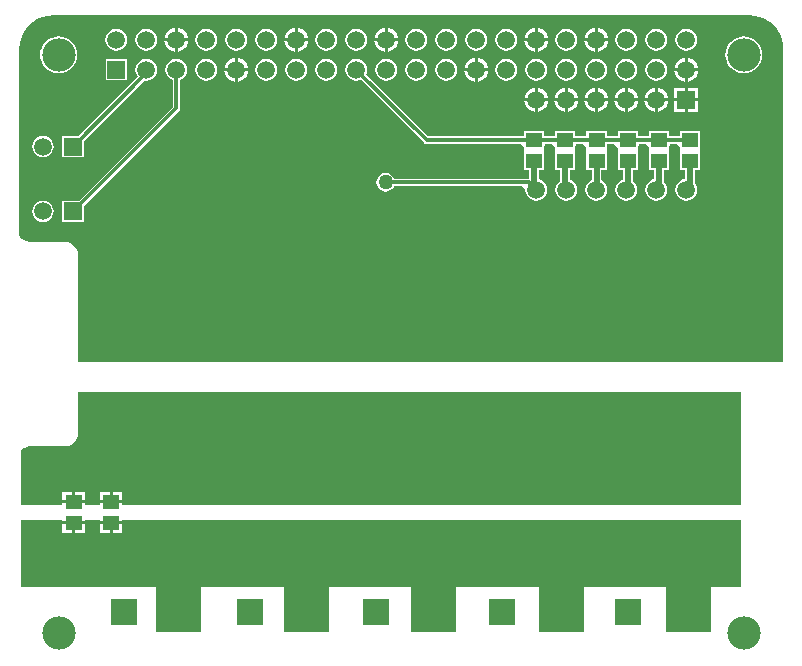
<source format=gbl>
G04 Layer_Physical_Order=2*
G04 Layer_Color=16711680*
%FSLAX25Y25*%
%MOIN*%
G70*
G01*
G75*
%ADD12R,0.05512X0.04724*%
%ADD18C,0.01200*%
%ADD19C,0.02000*%
%ADD21C,0.05906*%
%ADD22C,0.05906*%
%ADD23R,0.05906X0.05906*%
%ADD24C,0.08858*%
%ADD25R,0.08858X0.08858*%
%ADD26R,0.08858X0.08858*%
%ADD27R,0.05906X0.05906*%
%ADD28C,0.11100*%
%ADD29C,0.05000*%
G36*
X227500Y-150000D02*
X21256D01*
Y-149457D01*
X13744D01*
Y-150000D01*
X8756D01*
Y-149457D01*
X1244D01*
Y-150000D01*
X-12500D01*
Y-131882D01*
X-12204Y-131496D01*
X-11514Y-130967D01*
X-10712Y-130635D01*
X-9864Y-130523D01*
X-9800Y-130549D01*
X2000D01*
X2058Y-130525D01*
X3138Y-130383D01*
X4245Y-129925D01*
X5195Y-129195D01*
X5925Y-128245D01*
X6383Y-127138D01*
X6540Y-125950D01*
X6537Y-125930D01*
X6549Y-125900D01*
Y-112500D01*
X227500D01*
Y-150000D01*
D02*
G37*
G36*
Y-177500D02*
X217500D01*
Y-192500D01*
X202500D01*
Y-177500D01*
X175000D01*
Y-192500D01*
X160000D01*
Y-177500D01*
X132500D01*
Y-192500D01*
X117500D01*
Y-177500D01*
X90000D01*
Y-192500D01*
X75000D01*
Y-177500D01*
X47500D01*
Y-192500D01*
X32500D01*
Y-177500D01*
X-12500D01*
Y-155000D01*
X1244D01*
Y-155543D01*
X8756D01*
Y-155000D01*
X13744D01*
Y-155543D01*
X21256D01*
Y-155000D01*
X227500D01*
Y-177500D01*
D02*
G37*
G36*
X232107Y13046D02*
X233822Y12635D01*
X235451Y11960D01*
X236954Y11039D01*
X238294Y9894D01*
X239439Y8554D01*
X240360Y7051D01*
X241035Y5422D01*
X241446Y3708D01*
X241576Y2061D01*
X241551Y2000D01*
Y-102500D01*
X6549D01*
Y-66900D01*
X6537Y-66870D01*
X6540Y-66850D01*
X6383Y-65662D01*
X5925Y-64555D01*
X5195Y-63605D01*
X4245Y-62875D01*
X3138Y-62417D01*
X2058Y-62275D01*
X2000Y-62251D01*
X-9800D01*
X-9864Y-62277D01*
X-10712Y-62165D01*
X-11514Y-61833D01*
X-12204Y-61304D01*
X-12733Y-60614D01*
X-13065Y-59812D01*
X-13167Y-59040D01*
X-13151Y-59000D01*
Y2000D01*
X-13176Y2061D01*
X-13046Y3708D01*
X-12635Y5422D01*
X-11960Y7051D01*
X-11039Y8554D01*
X-9894Y9894D01*
X-8554Y11039D01*
X-7051Y11960D01*
X-5422Y12635D01*
X-3708Y13046D01*
X-1977Y13183D01*
X-1900Y13151D01*
X230300D01*
X230377Y13183D01*
X232107Y13046D01*
D02*
G37*
%LPC*%
G36*
X198700Y-11079D02*
X198168Y-11149D01*
X197207Y-11547D01*
X196381Y-12181D01*
X195747Y-13007D01*
X195349Y-13968D01*
X195279Y-14500D01*
X198700D01*
Y-11079D01*
D02*
G37*
G36*
X199700D02*
Y-14500D01*
X203121D01*
X203051Y-13968D01*
X202653Y-13007D01*
X202019Y-12181D01*
X201193Y-11547D01*
X200232Y-11149D01*
X199700Y-11079D01*
D02*
G37*
G36*
X58700Y-5500D02*
X55279D01*
X55349Y-6032D01*
X55747Y-6993D01*
X56381Y-7819D01*
X57207Y-8453D01*
X58168Y-8851D01*
X58700Y-8921D01*
Y-5500D01*
D02*
G37*
G36*
X213153Y-11047D02*
X209700D01*
Y-14500D01*
X213153D01*
Y-11047D01*
D02*
G37*
G36*
X208700D02*
X205247D01*
Y-14500D01*
X208700D01*
Y-11047D01*
D02*
G37*
G36*
X189700Y-11079D02*
Y-14500D01*
X193121D01*
X193051Y-13968D01*
X192653Y-13007D01*
X192019Y-12181D01*
X191193Y-11547D01*
X190232Y-11149D01*
X189700Y-11079D01*
D02*
G37*
G36*
X169700D02*
Y-14500D01*
X173121D01*
X173051Y-13968D01*
X172653Y-13007D01*
X172019Y-12181D01*
X171193Y-11547D01*
X170232Y-11149D01*
X169700Y-11079D01*
D02*
G37*
G36*
X168700D02*
X168168Y-11149D01*
X167207Y-11547D01*
X166381Y-12181D01*
X165747Y-13007D01*
X165349Y-13968D01*
X165279Y-14500D01*
X168700D01*
Y-11079D01*
D02*
G37*
G36*
X159700D02*
Y-14500D01*
X163121D01*
X163051Y-13968D01*
X162653Y-13007D01*
X162019Y-12181D01*
X161193Y-11547D01*
X160232Y-11149D01*
X159700Y-11079D01*
D02*
G37*
G36*
X188700D02*
X188168Y-11149D01*
X187207Y-11547D01*
X186381Y-12181D01*
X185747Y-13007D01*
X185349Y-13968D01*
X185279Y-14500D01*
X188700D01*
Y-11079D01*
D02*
G37*
G36*
X179700D02*
Y-14500D01*
X183121D01*
X183051Y-13968D01*
X182653Y-13007D01*
X182019Y-12181D01*
X181193Y-11547D01*
X180232Y-11149D01*
X179700Y-11079D01*
D02*
G37*
G36*
X178700D02*
X178168Y-11149D01*
X177207Y-11547D01*
X176381Y-12181D01*
X175747Y-13007D01*
X175349Y-13968D01*
X175279Y-14500D01*
X178700D01*
Y-11079D01*
D02*
G37*
G36*
X79200Y-1417D02*
X78273Y-1539D01*
X77408Y-1897D01*
X76666Y-2466D01*
X76097Y-3208D01*
X75739Y-4073D01*
X75617Y-5000D01*
X75739Y-5928D01*
X76097Y-6792D01*
X76666Y-7534D01*
X77408Y-8103D01*
X78273Y-8461D01*
X79200Y-8583D01*
X80127Y-8461D01*
X80992Y-8103D01*
X81734Y-7534D01*
X82303Y-6792D01*
X82661Y-5928D01*
X82783Y-5000D01*
X82661Y-4073D01*
X82303Y-3208D01*
X81734Y-2466D01*
X80992Y-1897D01*
X80127Y-1539D01*
X79200Y-1417D01*
D02*
G37*
G36*
X69200D02*
X68273Y-1539D01*
X67408Y-1897D01*
X66666Y-2466D01*
X66097Y-3208D01*
X65739Y-4073D01*
X65617Y-5000D01*
X65739Y-5928D01*
X66097Y-6792D01*
X66666Y-7534D01*
X67408Y-8103D01*
X68273Y-8461D01*
X69200Y-8583D01*
X70127Y-8461D01*
X70992Y-8103D01*
X71734Y-7534D01*
X72303Y-6792D01*
X72661Y-5928D01*
X72783Y-5000D01*
X72661Y-4073D01*
X72303Y-3208D01*
X71734Y-2466D01*
X70992Y-1897D01*
X70127Y-1539D01*
X69200Y-1417D01*
D02*
G37*
G36*
X49200D02*
X48273Y-1539D01*
X47408Y-1897D01*
X46666Y-2466D01*
X46097Y-3208D01*
X45739Y-4073D01*
X45617Y-5000D01*
X45739Y-5928D01*
X46097Y-6792D01*
X46666Y-7534D01*
X47408Y-8103D01*
X48273Y-8461D01*
X49200Y-8583D01*
X50127Y-8461D01*
X50992Y-8103D01*
X51734Y-7534D01*
X52303Y-6792D01*
X52661Y-5928D01*
X52783Y-5000D01*
X52661Y-4073D01*
X52303Y-3208D01*
X51734Y-2466D01*
X50992Y-1897D01*
X50127Y-1539D01*
X49200Y-1417D01*
D02*
G37*
G36*
X119200D02*
X118273Y-1539D01*
X117408Y-1897D01*
X116666Y-2466D01*
X116097Y-3208D01*
X115739Y-4073D01*
X115617Y-5000D01*
X115739Y-5928D01*
X116097Y-6792D01*
X116666Y-7534D01*
X117408Y-8103D01*
X118273Y-8461D01*
X119200Y-8583D01*
X120127Y-8461D01*
X120992Y-8103D01*
X121734Y-7534D01*
X122303Y-6792D01*
X122661Y-5928D01*
X122783Y-5000D01*
X122661Y-4073D01*
X122303Y-3208D01*
X121734Y-2466D01*
X120992Y-1897D01*
X120127Y-1539D01*
X119200Y-1417D01*
D02*
G37*
G36*
X109200D02*
X108273Y-1539D01*
X107408Y-1897D01*
X106666Y-2466D01*
X106097Y-3208D01*
X105739Y-4073D01*
X105617Y-5000D01*
X105739Y-5928D01*
X106097Y-6792D01*
X106666Y-7534D01*
X107408Y-8103D01*
X108273Y-8461D01*
X109200Y-8583D01*
X110127Y-8461D01*
X110992Y-8103D01*
X111734Y-7534D01*
X112303Y-6792D01*
X112661Y-5928D01*
X112783Y-5000D01*
X112661Y-4073D01*
X112303Y-3208D01*
X111734Y-2466D01*
X110992Y-1897D01*
X110127Y-1539D01*
X109200Y-1417D01*
D02*
G37*
G36*
X89200D02*
X88273Y-1539D01*
X87408Y-1897D01*
X86666Y-2466D01*
X86097Y-3208D01*
X85739Y-4073D01*
X85617Y-5000D01*
X85739Y-5928D01*
X86097Y-6792D01*
X86666Y-7534D01*
X87408Y-8103D01*
X88273Y-8461D01*
X89200Y-8583D01*
X90127Y-8461D01*
X90992Y-8103D01*
X91734Y-7534D01*
X92303Y-6792D01*
X92661Y-5928D01*
X92783Y-5000D01*
X92661Y-4073D01*
X92303Y-3208D01*
X91734Y-2466D01*
X90992Y-1897D01*
X90127Y-1539D01*
X89200Y-1417D01*
D02*
G37*
G36*
X143121Y-5500D02*
X139700D01*
Y-8921D01*
X140232Y-8851D01*
X141193Y-8453D01*
X142019Y-7819D01*
X142653Y-6993D01*
X143051Y-6032D01*
X143121Y-5500D01*
D02*
G37*
G36*
X138700D02*
X135279D01*
X135349Y-6032D01*
X135747Y-6993D01*
X136381Y-7819D01*
X137207Y-8453D01*
X138168Y-8851D01*
X138700Y-8921D01*
Y-5500D01*
D02*
G37*
G36*
X63121D02*
X59700D01*
Y-8921D01*
X60232Y-8851D01*
X61193Y-8453D01*
X62019Y-7819D01*
X62653Y-6993D01*
X63051Y-6032D01*
X63121Y-5500D01*
D02*
G37*
G36*
X29200Y-1417D02*
X28273Y-1539D01*
X27408Y-1897D01*
X26666Y-2466D01*
X26097Y-3208D01*
X25739Y-4073D01*
X25617Y-5000D01*
X25739Y-5928D01*
X26097Y-6792D01*
X26436Y-7234D01*
X6622Y-27047D01*
X1247D01*
Y-34153D01*
X8353D01*
Y-28778D01*
X28623Y-8507D01*
X29200Y-8583D01*
X30127Y-8461D01*
X30992Y-8103D01*
X31734Y-7534D01*
X32303Y-6792D01*
X32661Y-5928D01*
X32783Y-5000D01*
X32661Y-4073D01*
X32303Y-3208D01*
X31734Y-2466D01*
X30992Y-1897D01*
X30127Y-1539D01*
X29200Y-1417D01*
D02*
G37*
G36*
X213121Y-5500D02*
X209700D01*
Y-8921D01*
X210232Y-8851D01*
X211193Y-8453D01*
X212019Y-7819D01*
X212653Y-6993D01*
X213051Y-6032D01*
X213121Y-5500D01*
D02*
G37*
G36*
X208700D02*
X205279D01*
X205349Y-6032D01*
X205747Y-6993D01*
X206381Y-7819D01*
X207207Y-8453D01*
X208168Y-8851D01*
X208700Y-8921D01*
Y-5500D01*
D02*
G37*
G36*
X158700Y-11079D02*
X158168Y-11149D01*
X157207Y-11547D01*
X156381Y-12181D01*
X155747Y-13007D01*
X155349Y-13968D01*
X155279Y-14500D01*
X158700D01*
Y-11079D01*
D02*
G37*
G36*
X-5200Y-48617D02*
X-6128Y-48739D01*
X-6992Y-49097D01*
X-7734Y-49666D01*
X-8303Y-50408D01*
X-8661Y-51273D01*
X-8783Y-52200D01*
X-8661Y-53127D01*
X-8303Y-53992D01*
X-7734Y-54734D01*
X-6992Y-55303D01*
X-6128Y-55661D01*
X-5200Y-55783D01*
X-4273Y-55661D01*
X-3408Y-55303D01*
X-2666Y-54734D01*
X-2097Y-53992D01*
X-1739Y-53127D01*
X-1617Y-52200D01*
X-1739Y-51273D01*
X-2097Y-50408D01*
X-2666Y-49666D01*
X-3408Y-49097D01*
X-4273Y-48739D01*
X-5200Y-48617D01*
D02*
G37*
G36*
X21256Y-145595D02*
X18000D01*
Y-148457D01*
X21256D01*
Y-145595D01*
D02*
G37*
G36*
X17000D02*
X13744D01*
Y-148457D01*
X17000D01*
Y-145595D01*
D02*
G37*
G36*
X-5200Y-27017D02*
X-6128Y-27139D01*
X-6992Y-27497D01*
X-7734Y-28066D01*
X-8303Y-28808D01*
X-8661Y-29673D01*
X-8783Y-30600D01*
X-8661Y-31527D01*
X-8303Y-32392D01*
X-7734Y-33134D01*
X-6992Y-33703D01*
X-6128Y-34061D01*
X-5200Y-34183D01*
X-4273Y-34061D01*
X-3408Y-33703D01*
X-2666Y-33134D01*
X-2097Y-32392D01*
X-1739Y-31527D01*
X-1617Y-30600D01*
X-1739Y-29673D01*
X-2097Y-28808D01*
X-2666Y-28066D01*
X-3408Y-27497D01*
X-4273Y-27139D01*
X-5200Y-27017D01*
D02*
G37*
G36*
X99200Y-1417D02*
X98273Y-1539D01*
X97408Y-1897D01*
X96666Y-2466D01*
X96097Y-3208D01*
X95739Y-4073D01*
X95617Y-5000D01*
X95739Y-5928D01*
X96097Y-6792D01*
X96666Y-7534D01*
X97408Y-8103D01*
X98273Y-8461D01*
X99200Y-8583D01*
X100127Y-8461D01*
X100696Y-8226D01*
X121792Y-29322D01*
X122188Y-29587D01*
X122657Y-29680D01*
X154083D01*
X155061Y-30658D01*
X155144Y-31180D01*
X155144Y-32581D01*
X155144Y-32919D01*
Y-38506D01*
X156869D01*
Y-41138D01*
X156700Y-41276D01*
X111849D01*
X111708Y-40937D01*
X111211Y-40289D01*
X110563Y-39792D01*
X109809Y-39480D01*
X109000Y-39373D01*
X108191Y-39480D01*
X107437Y-39792D01*
X106789Y-40289D01*
X106292Y-40937D01*
X105980Y-41691D01*
X105873Y-42500D01*
X105980Y-43309D01*
X106292Y-44063D01*
X106789Y-44711D01*
X107437Y-45208D01*
X108191Y-45520D01*
X109000Y-45627D01*
X109809Y-45520D01*
X110563Y-45208D01*
X111211Y-44711D01*
X111708Y-44063D01*
X111849Y-43723D01*
X154340D01*
X155617Y-45000D01*
X155739Y-45927D01*
X156097Y-46792D01*
X156666Y-47534D01*
X157408Y-48103D01*
X158273Y-48461D01*
X159200Y-48583D01*
X160127Y-48461D01*
X160992Y-48103D01*
X161734Y-47534D01*
X162303Y-46792D01*
X162661Y-45927D01*
X162783Y-45000D01*
X162661Y-44073D01*
X162303Y-43208D01*
X161734Y-42466D01*
X160992Y-41897D01*
X160131Y-41540D01*
Y-38506D01*
X161856D01*
Y-32919D01*
X161856Y-32581D01*
Y-31419D01*
X161856Y-31180D01*
X162095Y-29680D01*
X164483D01*
X165461Y-30658D01*
X165544Y-31180D01*
X165544Y-32581D01*
X165544Y-32919D01*
Y-38506D01*
X167269D01*
Y-42004D01*
X166666Y-42466D01*
X166097Y-43208D01*
X165739Y-44073D01*
X165617Y-45000D01*
X165739Y-45927D01*
X166097Y-46792D01*
X166666Y-47534D01*
X167408Y-48103D01*
X168273Y-48461D01*
X169200Y-48583D01*
X170127Y-48461D01*
X170992Y-48103D01*
X171734Y-47534D01*
X172303Y-46792D01*
X172661Y-45927D01*
X172783Y-45000D01*
X172661Y-44073D01*
X172303Y-43208D01*
X171734Y-42466D01*
X170992Y-41897D01*
X170531Y-41706D01*
Y-38506D01*
X172256D01*
Y-32919D01*
X172256Y-32581D01*
Y-31419D01*
X172256Y-31180D01*
X172495Y-29680D01*
X174883D01*
X175861Y-30658D01*
X175944Y-31180D01*
X175944Y-32581D01*
X175944Y-32919D01*
Y-38506D01*
X177669D01*
Y-41789D01*
X177408Y-41897D01*
X176666Y-42466D01*
X176097Y-43208D01*
X175739Y-44073D01*
X175617Y-45000D01*
X175739Y-45927D01*
X176097Y-46792D01*
X176666Y-47534D01*
X177408Y-48103D01*
X178273Y-48461D01*
X179200Y-48583D01*
X180127Y-48461D01*
X180992Y-48103D01*
X181734Y-47534D01*
X182303Y-46792D01*
X182661Y-45927D01*
X182783Y-45000D01*
X182661Y-44073D01*
X182303Y-43208D01*
X181734Y-42466D01*
X180992Y-41897D01*
X180931Y-41872D01*
Y-38506D01*
X182656D01*
Y-32919D01*
X182656Y-32581D01*
Y-31419D01*
X182656Y-31180D01*
X182895Y-29680D01*
X185283D01*
X186261Y-30658D01*
X186344Y-31180D01*
X186344Y-32581D01*
X186344Y-32919D01*
Y-38506D01*
X188069D01*
Y-41623D01*
X187408Y-41897D01*
X186666Y-42466D01*
X186097Y-43208D01*
X185739Y-44073D01*
X185617Y-45000D01*
X185739Y-45927D01*
X186097Y-46792D01*
X186666Y-47534D01*
X187408Y-48103D01*
X188273Y-48461D01*
X189200Y-48583D01*
X190127Y-48461D01*
X190992Y-48103D01*
X191734Y-47534D01*
X192303Y-46792D01*
X192661Y-45927D01*
X192783Y-45000D01*
X192661Y-44073D01*
X192303Y-43208D01*
X191734Y-42466D01*
X191331Y-42157D01*
Y-38506D01*
X193056D01*
Y-32919D01*
X193056Y-32581D01*
Y-31419D01*
X193056Y-31180D01*
X193295Y-29680D01*
X195683D01*
X196661Y-30658D01*
X196744Y-31180D01*
X196744Y-32581D01*
X196744Y-32919D01*
Y-38506D01*
X198469D01*
Y-41513D01*
X198273Y-41539D01*
X197408Y-41897D01*
X196666Y-42466D01*
X196097Y-43208D01*
X195739Y-44073D01*
X195617Y-45000D01*
X195739Y-45927D01*
X196097Y-46792D01*
X196666Y-47534D01*
X197408Y-48103D01*
X198273Y-48461D01*
X199200Y-48583D01*
X200127Y-48461D01*
X200992Y-48103D01*
X201734Y-47534D01*
X202303Y-46792D01*
X202661Y-45927D01*
X202783Y-45000D01*
X202661Y-44073D01*
X202303Y-43208D01*
X201734Y-42466D01*
X201731Y-42464D01*
Y-38506D01*
X203456D01*
Y-32919D01*
X203456Y-32581D01*
Y-31419D01*
X203456Y-31180D01*
X203695Y-29680D01*
X206083D01*
X207061Y-30658D01*
X207144Y-31180D01*
X207144Y-32581D01*
X207144Y-32919D01*
Y-38506D01*
X208869D01*
Y-41460D01*
X208273Y-41539D01*
X207408Y-41897D01*
X206666Y-42466D01*
X206097Y-43208D01*
X205739Y-44073D01*
X205617Y-45000D01*
X205739Y-45927D01*
X206097Y-46792D01*
X206666Y-47534D01*
X207408Y-48103D01*
X208273Y-48461D01*
X209200Y-48583D01*
X210127Y-48461D01*
X210992Y-48103D01*
X211734Y-47534D01*
X212303Y-46792D01*
X212661Y-45927D01*
X212783Y-45000D01*
X212661Y-44073D01*
X212303Y-43208D01*
X212131Y-42984D01*
Y-38506D01*
X213856D01*
Y-32919D01*
X213856Y-32581D01*
Y-31419D01*
X213856Y-31081D01*
Y-25495D01*
X207144D01*
Y-27233D01*
X203456D01*
Y-25495D01*
X196744D01*
Y-27233D01*
X193056D01*
Y-25495D01*
X186344D01*
Y-27233D01*
X182656D01*
Y-25495D01*
X175944D01*
Y-27233D01*
X172256D01*
Y-25495D01*
X165544D01*
Y-27233D01*
X161856D01*
Y-25495D01*
X155144D01*
Y-27233D01*
X123163D01*
X102426Y-6496D01*
X102661Y-5928D01*
X102783Y-5000D01*
X102661Y-4073D01*
X102303Y-3208D01*
X101734Y-2466D01*
X100992Y-1897D01*
X100127Y-1539D01*
X99200Y-1417D01*
D02*
G37*
G36*
X39200D02*
X38273Y-1539D01*
X37408Y-1897D01*
X36666Y-2466D01*
X36097Y-3208D01*
X35739Y-4073D01*
X35617Y-5000D01*
X35739Y-5928D01*
X36097Y-6792D01*
X36666Y-7534D01*
X37408Y-8103D01*
X37977Y-8339D01*
Y-17293D01*
X6622Y-48647D01*
X1247D01*
Y-55753D01*
X8353D01*
Y-50378D01*
X40065Y-18665D01*
X40330Y-18268D01*
X40424Y-17800D01*
Y-8339D01*
X40992Y-8103D01*
X41734Y-7534D01*
X42303Y-6792D01*
X42661Y-5928D01*
X42783Y-5000D01*
X42661Y-4073D01*
X42303Y-3208D01*
X41734Y-2466D01*
X40992Y-1897D01*
X40127Y-1539D01*
X39200Y-1417D01*
D02*
G37*
G36*
X17000Y-156543D02*
X13744D01*
Y-159406D01*
X17000D01*
Y-156543D01*
D02*
G37*
G36*
X8756D02*
X5500D01*
Y-159406D01*
X8756D01*
Y-156543D01*
D02*
G37*
G36*
X4500D02*
X1244D01*
Y-159406D01*
X4500D01*
Y-156543D01*
D02*
G37*
G36*
X8756Y-145595D02*
X5500D01*
Y-148457D01*
X8756D01*
Y-145595D01*
D02*
G37*
G36*
X4500D02*
X1244D01*
Y-148457D01*
X4500D01*
Y-145595D01*
D02*
G37*
G36*
X21256Y-156543D02*
X18000D01*
Y-159406D01*
X21256D01*
Y-156543D01*
D02*
G37*
G36*
X188700Y-15500D02*
X185279D01*
X185349Y-16032D01*
X185747Y-16993D01*
X186381Y-17819D01*
X187207Y-18453D01*
X188168Y-18851D01*
X188700Y-18921D01*
Y-15500D01*
D02*
G37*
G36*
X183121D02*
X179700D01*
Y-18921D01*
X180232Y-18851D01*
X181193Y-18453D01*
X182019Y-17819D01*
X182653Y-16993D01*
X183051Y-16032D01*
X183121Y-15500D01*
D02*
G37*
G36*
X178700D02*
X175279D01*
X175349Y-16032D01*
X175747Y-16993D01*
X176381Y-17819D01*
X177207Y-18453D01*
X178168Y-18851D01*
X178700Y-18921D01*
Y-15500D01*
D02*
G37*
G36*
X203121D02*
X199700D01*
Y-18921D01*
X200232Y-18851D01*
X201193Y-18453D01*
X202019Y-17819D01*
X202653Y-16993D01*
X203051Y-16032D01*
X203121Y-15500D01*
D02*
G37*
G36*
X198700D02*
X195279D01*
X195349Y-16032D01*
X195747Y-16993D01*
X196381Y-17819D01*
X197207Y-18453D01*
X198168Y-18851D01*
X198700Y-18921D01*
Y-15500D01*
D02*
G37*
G36*
X193121D02*
X189700D01*
Y-18921D01*
X190232Y-18851D01*
X191193Y-18453D01*
X192019Y-17819D01*
X192653Y-16993D01*
X193051Y-16032D01*
X193121Y-15500D01*
D02*
G37*
G36*
X158700D02*
X155279D01*
X155349Y-16032D01*
X155747Y-16993D01*
X156381Y-17819D01*
X157207Y-18453D01*
X158168Y-18851D01*
X158700Y-18921D01*
Y-15500D01*
D02*
G37*
G36*
X213153D02*
X209700D01*
Y-18953D01*
X213153D01*
Y-15500D01*
D02*
G37*
G36*
X208700D02*
X205247D01*
Y-18953D01*
X208700D01*
Y-15500D01*
D02*
G37*
G36*
X173121D02*
X169700D01*
Y-18921D01*
X170232Y-18851D01*
X171193Y-18453D01*
X172019Y-17819D01*
X172653Y-16993D01*
X173051Y-16032D01*
X173121Y-15500D01*
D02*
G37*
G36*
X168700D02*
X165279D01*
X165349Y-16032D01*
X165747Y-16993D01*
X166381Y-17819D01*
X167207Y-18453D01*
X168168Y-18851D01*
X168700Y-18921D01*
Y-15500D01*
D02*
G37*
G36*
X163121D02*
X159700D01*
Y-18921D01*
X160232Y-18851D01*
X161193Y-18453D01*
X162019Y-17819D01*
X162653Y-16993D01*
X163051Y-16032D01*
X163121Y-15500D01*
D02*
G37*
G36*
X129200Y8583D02*
X128273Y8461D01*
X127408Y8103D01*
X126666Y7534D01*
X126097Y6792D01*
X125739Y5928D01*
X125617Y5000D01*
X125739Y4073D01*
X126097Y3208D01*
X126666Y2466D01*
X127408Y1897D01*
X128273Y1539D01*
X129200Y1417D01*
X130127Y1539D01*
X130992Y1897D01*
X131734Y2466D01*
X132303Y3208D01*
X132661Y4073D01*
X132783Y5000D01*
X132661Y5928D01*
X132303Y6792D01*
X131734Y7534D01*
X130992Y8103D01*
X130127Y8461D01*
X129200Y8583D01*
D02*
G37*
G36*
X119200D02*
X118273Y8461D01*
X117408Y8103D01*
X116666Y7534D01*
X116097Y6792D01*
X115739Y5928D01*
X115617Y5000D01*
X115739Y4073D01*
X116097Y3208D01*
X116666Y2466D01*
X117408Y1897D01*
X118273Y1539D01*
X119200Y1417D01*
X120127Y1539D01*
X120992Y1897D01*
X121734Y2466D01*
X122303Y3208D01*
X122661Y4073D01*
X122783Y5000D01*
X122661Y5928D01*
X122303Y6792D01*
X121734Y7534D01*
X120992Y8103D01*
X120127Y8461D01*
X119200Y8583D01*
D02*
G37*
G36*
X99200D02*
X98273Y8461D01*
X97408Y8103D01*
X96666Y7534D01*
X96097Y6792D01*
X95739Y5928D01*
X95617Y5000D01*
X95739Y4073D01*
X96097Y3208D01*
X96666Y2466D01*
X97408Y1897D01*
X98273Y1539D01*
X99200Y1417D01*
X100127Y1539D01*
X100992Y1897D01*
X101734Y2466D01*
X102303Y3208D01*
X102661Y4073D01*
X102783Y5000D01*
X102661Y5928D01*
X102303Y6792D01*
X101734Y7534D01*
X100992Y8103D01*
X100127Y8461D01*
X99200Y8583D01*
D02*
G37*
G36*
X169200D02*
X168273Y8461D01*
X167408Y8103D01*
X166666Y7534D01*
X166097Y6792D01*
X165739Y5928D01*
X165617Y5000D01*
X165739Y4073D01*
X166097Y3208D01*
X166666Y2466D01*
X167408Y1897D01*
X168273Y1539D01*
X169200Y1417D01*
X170127Y1539D01*
X170992Y1897D01*
X171734Y2466D01*
X172303Y3208D01*
X172661Y4073D01*
X172783Y5000D01*
X172661Y5928D01*
X172303Y6792D01*
X171734Y7534D01*
X170992Y8103D01*
X170127Y8461D01*
X169200Y8583D01*
D02*
G37*
G36*
X149200D02*
X148273Y8461D01*
X147408Y8103D01*
X146666Y7534D01*
X146097Y6792D01*
X145739Y5928D01*
X145617Y5000D01*
X145739Y4073D01*
X146097Y3208D01*
X146666Y2466D01*
X147408Y1897D01*
X148273Y1539D01*
X149200Y1417D01*
X150127Y1539D01*
X150992Y1897D01*
X151734Y2466D01*
X152303Y3208D01*
X152661Y4073D01*
X152783Y5000D01*
X152661Y5928D01*
X152303Y6792D01*
X151734Y7534D01*
X150992Y8103D01*
X150127Y8461D01*
X149200Y8583D01*
D02*
G37*
G36*
X139200D02*
X138273Y8461D01*
X137408Y8103D01*
X136666Y7534D01*
X136097Y6792D01*
X135739Y5928D01*
X135617Y5000D01*
X135739Y4073D01*
X136097Y3208D01*
X136666Y2466D01*
X137408Y1897D01*
X138273Y1539D01*
X139200Y1417D01*
X140127Y1539D01*
X140992Y1897D01*
X141734Y2466D01*
X142303Y3208D01*
X142661Y4073D01*
X142783Y5000D01*
X142661Y5928D01*
X142303Y6792D01*
X141734Y7534D01*
X140992Y8103D01*
X140127Y8461D01*
X139200Y8583D01*
D02*
G37*
G36*
X49200D02*
X48273Y8461D01*
X47408Y8103D01*
X46666Y7534D01*
X46097Y6792D01*
X45739Y5928D01*
X45617Y5000D01*
X45739Y4073D01*
X46097Y3208D01*
X46666Y2466D01*
X47408Y1897D01*
X48273Y1539D01*
X49200Y1417D01*
X50127Y1539D01*
X50992Y1897D01*
X51734Y2466D01*
X52303Y3208D01*
X52661Y4073D01*
X52783Y5000D01*
X52661Y5928D01*
X52303Y6792D01*
X51734Y7534D01*
X50992Y8103D01*
X50127Y8461D01*
X49200Y8583D01*
D02*
G37*
G36*
X29200D02*
X28273Y8461D01*
X27408Y8103D01*
X26666Y7534D01*
X26097Y6792D01*
X25739Y5928D01*
X25617Y5000D01*
X25739Y4073D01*
X26097Y3208D01*
X26666Y2466D01*
X27408Y1897D01*
X28273Y1539D01*
X29200Y1417D01*
X30127Y1539D01*
X30992Y1897D01*
X31734Y2466D01*
X32303Y3208D01*
X32661Y4073D01*
X32783Y5000D01*
X32661Y5928D01*
X32303Y6792D01*
X31734Y7534D01*
X30992Y8103D01*
X30127Y8461D01*
X29200Y8583D01*
D02*
G37*
G36*
X19200D02*
X18273Y8461D01*
X17408Y8103D01*
X16666Y7534D01*
X16097Y6792D01*
X15739Y5928D01*
X15617Y5000D01*
X15739Y4073D01*
X16097Y3208D01*
X16666Y2466D01*
X17408Y1897D01*
X18273Y1539D01*
X19200Y1417D01*
X20127Y1539D01*
X20992Y1897D01*
X21734Y2466D01*
X22303Y3208D01*
X22661Y4073D01*
X22783Y5000D01*
X22661Y5928D01*
X22303Y6792D01*
X21734Y7534D01*
X20992Y8103D01*
X20127Y8461D01*
X19200Y8583D01*
D02*
G37*
G36*
X89200D02*
X88273Y8461D01*
X87408Y8103D01*
X86666Y7534D01*
X86097Y6792D01*
X85739Y5928D01*
X85617Y5000D01*
X85739Y4073D01*
X86097Y3208D01*
X86666Y2466D01*
X87408Y1897D01*
X88273Y1539D01*
X89200Y1417D01*
X90127Y1539D01*
X90992Y1897D01*
X91734Y2466D01*
X92303Y3208D01*
X92661Y4073D01*
X92783Y5000D01*
X92661Y5928D01*
X92303Y6792D01*
X91734Y7534D01*
X90992Y8103D01*
X90127Y8461D01*
X89200Y8583D01*
D02*
G37*
G36*
X69200D02*
X68273Y8461D01*
X67408Y8103D01*
X66666Y7534D01*
X66097Y6792D01*
X65739Y5928D01*
X65617Y5000D01*
X65739Y4073D01*
X66097Y3208D01*
X66666Y2466D01*
X67408Y1897D01*
X68273Y1539D01*
X69200Y1417D01*
X70127Y1539D01*
X70992Y1897D01*
X71734Y2466D01*
X72303Y3208D01*
X72661Y4073D01*
X72783Y5000D01*
X72661Y5928D01*
X72303Y6792D01*
X71734Y7534D01*
X70992Y8103D01*
X70127Y8461D01*
X69200Y8583D01*
D02*
G37*
G36*
X59200D02*
X58273Y8461D01*
X57408Y8103D01*
X56666Y7534D01*
X56097Y6792D01*
X55739Y5928D01*
X55617Y5000D01*
X55739Y4073D01*
X56097Y3208D01*
X56666Y2466D01*
X57408Y1897D01*
X58273Y1539D01*
X59200Y1417D01*
X60127Y1539D01*
X60992Y1897D01*
X61734Y2466D01*
X62303Y3208D01*
X62661Y4073D01*
X62783Y5000D01*
X62661Y5928D01*
X62303Y6792D01*
X61734Y7534D01*
X60992Y8103D01*
X60127Y8461D01*
X59200Y8583D01*
D02*
G37*
G36*
X189200D02*
X188273Y8461D01*
X187408Y8103D01*
X186666Y7534D01*
X186097Y6792D01*
X185739Y5928D01*
X185617Y5000D01*
X185739Y4073D01*
X186097Y3208D01*
X186666Y2466D01*
X187408Y1897D01*
X188273Y1539D01*
X189200Y1417D01*
X190127Y1539D01*
X190992Y1897D01*
X191734Y2466D01*
X192303Y3208D01*
X192661Y4073D01*
X192783Y5000D01*
X192661Y5928D01*
X192303Y6792D01*
X191734Y7534D01*
X190992Y8103D01*
X190127Y8461D01*
X189200Y8583D01*
D02*
G37*
G36*
X158700Y8921D02*
X158168Y8851D01*
X157207Y8453D01*
X156381Y7819D01*
X155747Y6993D01*
X155349Y6032D01*
X155279Y5500D01*
X158700D01*
Y8921D01*
D02*
G37*
G36*
X109700D02*
Y5500D01*
X113121D01*
X113051Y6032D01*
X112653Y6993D01*
X112019Y7819D01*
X111193Y8453D01*
X110232Y8851D01*
X109700Y8921D01*
D02*
G37*
G36*
X108700D02*
X108168Y8851D01*
X107207Y8453D01*
X106381Y7819D01*
X105747Y6993D01*
X105349Y6032D01*
X105279Y5500D01*
X108700D01*
Y8921D01*
D02*
G37*
G36*
X179700D02*
Y5500D01*
X183121D01*
X183051Y6032D01*
X182653Y6993D01*
X182019Y7819D01*
X181193Y8453D01*
X180232Y8851D01*
X179700Y8921D01*
D02*
G37*
G36*
X178700D02*
X178168Y8851D01*
X177207Y8453D01*
X176381Y7819D01*
X175747Y6993D01*
X175349Y6032D01*
X175279Y5500D01*
X178700D01*
Y8921D01*
D02*
G37*
G36*
X159700D02*
Y5500D01*
X163121D01*
X163051Y6032D01*
X162653Y6993D01*
X162019Y7819D01*
X161193Y8453D01*
X160232Y8851D01*
X159700Y8921D01*
D02*
G37*
G36*
X38700D02*
X38168Y8851D01*
X37207Y8453D01*
X36381Y7819D01*
X35747Y6993D01*
X35349Y6032D01*
X35279Y5500D01*
X38700D01*
Y8921D01*
D02*
G37*
G36*
X209200Y8583D02*
X208273Y8461D01*
X207408Y8103D01*
X206666Y7534D01*
X206097Y6792D01*
X205739Y5928D01*
X205617Y5000D01*
X205739Y4073D01*
X206097Y3208D01*
X206666Y2466D01*
X207408Y1897D01*
X208273Y1539D01*
X209200Y1417D01*
X210127Y1539D01*
X210992Y1897D01*
X211734Y2466D01*
X212303Y3208D01*
X212661Y4073D01*
X212783Y5000D01*
X212661Y5928D01*
X212303Y6792D01*
X211734Y7534D01*
X210992Y8103D01*
X210127Y8461D01*
X209200Y8583D01*
D02*
G37*
G36*
X199200D02*
X198273Y8461D01*
X197408Y8103D01*
X196666Y7534D01*
X196097Y6792D01*
X195739Y5928D01*
X195617Y5000D01*
X195739Y4073D01*
X196097Y3208D01*
X196666Y2466D01*
X197408Y1897D01*
X198273Y1539D01*
X199200Y1417D01*
X200127Y1539D01*
X200992Y1897D01*
X201734Y2466D01*
X202303Y3208D01*
X202661Y4073D01*
X202783Y5000D01*
X202661Y5928D01*
X202303Y6792D01*
X201734Y7534D01*
X200992Y8103D01*
X200127Y8461D01*
X199200Y8583D01*
D02*
G37*
G36*
X79700Y8921D02*
Y5500D01*
X83121D01*
X83051Y6032D01*
X82653Y6993D01*
X82019Y7819D01*
X81193Y8453D01*
X80232Y8851D01*
X79700Y8921D01*
D02*
G37*
G36*
X78700D02*
X78168Y8851D01*
X77207Y8453D01*
X76381Y7819D01*
X75747Y6993D01*
X75349Y6032D01*
X75279Y5500D01*
X78700D01*
Y8921D01*
D02*
G37*
G36*
X39700D02*
Y5500D01*
X43121D01*
X43051Y6032D01*
X42653Y6993D01*
X42019Y7819D01*
X41193Y8453D01*
X40232Y8851D01*
X39700Y8921D01*
D02*
G37*
G36*
X183121Y4500D02*
X179700D01*
Y1079D01*
X180232Y1149D01*
X181193Y1547D01*
X182019Y2181D01*
X182653Y3007D01*
X183051Y3968D01*
X183121Y4500D01*
D02*
G37*
G36*
X0Y6180D02*
X-1206Y6061D01*
X-2365Y5709D01*
X-3433Y5138D01*
X-4370Y4370D01*
X-5138Y3433D01*
X-5709Y2365D01*
X-6061Y1206D01*
X-6180Y0D01*
X-6061Y-1206D01*
X-5709Y-2365D01*
X-5138Y-3433D01*
X-4370Y-4370D01*
X-3433Y-5138D01*
X-2365Y-5709D01*
X-1206Y-6061D01*
X0Y-6180D01*
X1206Y-6061D01*
X2365Y-5709D01*
X3433Y-5138D01*
X4370Y-4370D01*
X5138Y-3433D01*
X5709Y-2365D01*
X6061Y-1206D01*
X6180Y0D01*
X6061Y1206D01*
X5709Y2365D01*
X5138Y3433D01*
X4370Y4370D01*
X3433Y5138D01*
X2365Y5709D01*
X1206Y6061D01*
X0Y6180D01*
D02*
G37*
G36*
X22753Y-1447D02*
X15647D01*
Y-8553D01*
X22753D01*
Y-1447D01*
D02*
G37*
G36*
X199200Y-1417D02*
X198273Y-1539D01*
X197408Y-1897D01*
X196666Y-2466D01*
X196097Y-3208D01*
X195739Y-4073D01*
X195617Y-5000D01*
X195739Y-5928D01*
X196097Y-6792D01*
X196666Y-7534D01*
X197408Y-8103D01*
X198273Y-8461D01*
X199200Y-8583D01*
X200127Y-8461D01*
X200992Y-8103D01*
X201734Y-7534D01*
X202303Y-6792D01*
X202661Y-5928D01*
X202783Y-5000D01*
X202661Y-4073D01*
X202303Y-3208D01*
X201734Y-2466D01*
X200992Y-1897D01*
X200127Y-1539D01*
X199200Y-1417D01*
D02*
G37*
G36*
X59700Y-1079D02*
Y-4500D01*
X63121D01*
X63051Y-3968D01*
X62653Y-3007D01*
X62019Y-2181D01*
X61193Y-1547D01*
X60232Y-1149D01*
X59700Y-1079D01*
D02*
G37*
G36*
X58700D02*
X58168Y-1149D01*
X57207Y-1547D01*
X56381Y-2181D01*
X55747Y-3007D01*
X55349Y-3968D01*
X55279Y-4500D01*
X58700D01*
Y-1079D01*
D02*
G37*
G36*
X228400Y6180D02*
X227194Y6061D01*
X226035Y5709D01*
X224967Y5138D01*
X224030Y4370D01*
X223262Y3433D01*
X222691Y2365D01*
X222339Y1206D01*
X222220Y0D01*
X222339Y-1206D01*
X222691Y-2365D01*
X223262Y-3433D01*
X224030Y-4370D01*
X224967Y-5138D01*
X226035Y-5709D01*
X227194Y-6061D01*
X228400Y-6180D01*
X229606Y-6061D01*
X230765Y-5709D01*
X231833Y-5138D01*
X232770Y-4370D01*
X233538Y-3433D01*
X234109Y-2365D01*
X234461Y-1206D01*
X234580Y0D01*
X234461Y1206D01*
X234109Y2365D01*
X233538Y3433D01*
X232770Y4370D01*
X231833Y5138D01*
X230765Y5709D01*
X229606Y6061D01*
X228400Y6180D01*
D02*
G37*
G36*
X159200Y-1417D02*
X158273Y-1539D01*
X157408Y-1897D01*
X156666Y-2466D01*
X156097Y-3208D01*
X155739Y-4073D01*
X155617Y-5000D01*
X155739Y-5928D01*
X156097Y-6792D01*
X156666Y-7534D01*
X157408Y-8103D01*
X158273Y-8461D01*
X159200Y-8583D01*
X160127Y-8461D01*
X160992Y-8103D01*
X161734Y-7534D01*
X162303Y-6792D01*
X162661Y-5928D01*
X162783Y-5000D01*
X162661Y-4073D01*
X162303Y-3208D01*
X161734Y-2466D01*
X160992Y-1897D01*
X160127Y-1539D01*
X159200Y-1417D01*
D02*
G37*
G36*
X149200D02*
X148273Y-1539D01*
X147408Y-1897D01*
X146666Y-2466D01*
X146097Y-3208D01*
X145739Y-4073D01*
X145617Y-5000D01*
X145739Y-5928D01*
X146097Y-6792D01*
X146666Y-7534D01*
X147408Y-8103D01*
X148273Y-8461D01*
X149200Y-8583D01*
X150127Y-8461D01*
X150992Y-8103D01*
X151734Y-7534D01*
X152303Y-6792D01*
X152661Y-5928D01*
X152783Y-5000D01*
X152661Y-4073D01*
X152303Y-3208D01*
X151734Y-2466D01*
X150992Y-1897D01*
X150127Y-1539D01*
X149200Y-1417D01*
D02*
G37*
G36*
X129200D02*
X128273Y-1539D01*
X127408Y-1897D01*
X126666Y-2466D01*
X126097Y-3208D01*
X125739Y-4073D01*
X125617Y-5000D01*
X125739Y-5928D01*
X126097Y-6792D01*
X126666Y-7534D01*
X127408Y-8103D01*
X128273Y-8461D01*
X129200Y-8583D01*
X130127Y-8461D01*
X130992Y-8103D01*
X131734Y-7534D01*
X132303Y-6792D01*
X132661Y-5928D01*
X132783Y-5000D01*
X132661Y-4073D01*
X132303Y-3208D01*
X131734Y-2466D01*
X130992Y-1897D01*
X130127Y-1539D01*
X129200Y-1417D01*
D02*
G37*
G36*
X189200D02*
X188273Y-1539D01*
X187408Y-1897D01*
X186666Y-2466D01*
X186097Y-3208D01*
X185739Y-4073D01*
X185617Y-5000D01*
X185739Y-5928D01*
X186097Y-6792D01*
X186666Y-7534D01*
X187408Y-8103D01*
X188273Y-8461D01*
X189200Y-8583D01*
X190127Y-8461D01*
X190992Y-8103D01*
X191734Y-7534D01*
X192303Y-6792D01*
X192661Y-5928D01*
X192783Y-5000D01*
X192661Y-4073D01*
X192303Y-3208D01*
X191734Y-2466D01*
X190992Y-1897D01*
X190127Y-1539D01*
X189200Y-1417D01*
D02*
G37*
G36*
X179200D02*
X178273Y-1539D01*
X177408Y-1897D01*
X176666Y-2466D01*
X176097Y-3208D01*
X175739Y-4073D01*
X175617Y-5000D01*
X175739Y-5928D01*
X176097Y-6792D01*
X176666Y-7534D01*
X177408Y-8103D01*
X178273Y-8461D01*
X179200Y-8583D01*
X180127Y-8461D01*
X180992Y-8103D01*
X181734Y-7534D01*
X182303Y-6792D01*
X182661Y-5928D01*
X182783Y-5000D01*
X182661Y-4073D01*
X182303Y-3208D01*
X181734Y-2466D01*
X180992Y-1897D01*
X180127Y-1539D01*
X179200Y-1417D01*
D02*
G37*
G36*
X169200D02*
X168273Y-1539D01*
X167408Y-1897D01*
X166666Y-2466D01*
X166097Y-3208D01*
X165739Y-4073D01*
X165617Y-5000D01*
X165739Y-5928D01*
X166097Y-6792D01*
X166666Y-7534D01*
X167408Y-8103D01*
X168273Y-8461D01*
X169200Y-8583D01*
X170127Y-8461D01*
X170992Y-8103D01*
X171734Y-7534D01*
X172303Y-6792D01*
X172661Y-5928D01*
X172783Y-5000D01*
X172661Y-4073D01*
X172303Y-3208D01*
X171734Y-2466D01*
X170992Y-1897D01*
X170127Y-1539D01*
X169200Y-1417D01*
D02*
G37*
G36*
X138700Y-1079D02*
X138168Y-1149D01*
X137207Y-1547D01*
X136381Y-2181D01*
X135747Y-3007D01*
X135349Y-3968D01*
X135279Y-4500D01*
X138700D01*
Y-1079D01*
D02*
G37*
G36*
X113121Y4500D02*
X109700D01*
Y1079D01*
X110232Y1149D01*
X111193Y1547D01*
X112019Y2181D01*
X112653Y3007D01*
X113051Y3968D01*
X113121Y4500D01*
D02*
G37*
G36*
X108700D02*
X105279D01*
X105349Y3968D01*
X105747Y3007D01*
X106381Y2181D01*
X107207Y1547D01*
X108168Y1149D01*
X108700Y1079D01*
Y4500D01*
D02*
G37*
G36*
X83121D02*
X79700D01*
Y1079D01*
X80232Y1149D01*
X81193Y1547D01*
X82019Y2181D01*
X82653Y3007D01*
X83051Y3968D01*
X83121Y4500D01*
D02*
G37*
G36*
X178700D02*
X175279D01*
X175349Y3968D01*
X175747Y3007D01*
X176381Y2181D01*
X177207Y1547D01*
X178168Y1149D01*
X178700Y1079D01*
Y4500D01*
D02*
G37*
G36*
X163121D02*
X159700D01*
Y1079D01*
X160232Y1149D01*
X161193Y1547D01*
X162019Y2181D01*
X162653Y3007D01*
X163051Y3968D01*
X163121Y4500D01*
D02*
G37*
G36*
X158700D02*
X155279D01*
X155349Y3968D01*
X155747Y3007D01*
X156381Y2181D01*
X157207Y1547D01*
X158168Y1149D01*
X158700Y1079D01*
Y4500D01*
D02*
G37*
G36*
X209700Y-1079D02*
Y-4500D01*
X213121D01*
X213051Y-3968D01*
X212653Y-3007D01*
X212019Y-2181D01*
X211193Y-1547D01*
X210232Y-1149D01*
X209700Y-1079D01*
D02*
G37*
G36*
X208700D02*
X208168Y-1149D01*
X207207Y-1547D01*
X206381Y-2181D01*
X205747Y-3007D01*
X205349Y-3968D01*
X205279Y-4500D01*
X208700D01*
Y-1079D01*
D02*
G37*
G36*
X139700D02*
Y-4500D01*
X143121D01*
X143051Y-3968D01*
X142653Y-3007D01*
X142019Y-2181D01*
X141193Y-1547D01*
X140232Y-1149D01*
X139700Y-1079D01*
D02*
G37*
G36*
X78700Y4500D02*
X75279D01*
X75349Y3968D01*
X75747Y3007D01*
X76381Y2181D01*
X77207Y1547D01*
X78168Y1149D01*
X78700Y1079D01*
Y4500D01*
D02*
G37*
G36*
X43121D02*
X39700D01*
Y1079D01*
X40232Y1149D01*
X41193Y1547D01*
X42019Y2181D01*
X42653Y3007D01*
X43051Y3968D01*
X43121Y4500D01*
D02*
G37*
G36*
X38700D02*
X35279D01*
X35349Y3968D01*
X35747Y3007D01*
X36381Y2181D01*
X37207Y1547D01*
X38168Y1149D01*
X38700Y1079D01*
Y4500D01*
D02*
G37*
%LPD*%
D12*
X158500Y-35543D02*
D03*
Y-28457D02*
D03*
X168900Y-35543D02*
D03*
Y-28457D02*
D03*
X179300Y-35543D02*
D03*
Y-28457D02*
D03*
X189700Y-35543D02*
D03*
Y-28457D02*
D03*
X200100Y-35543D02*
D03*
Y-28457D02*
D03*
X210500Y-35543D02*
D03*
Y-28457D02*
D03*
X17500Y-148957D02*
D03*
Y-156043D02*
D03*
X5000Y-148957D02*
D03*
Y-156043D02*
D03*
D18*
X156700Y-42500D02*
X158500Y-44300D01*
X109000Y-42500D02*
X156700D01*
X158500Y-44300D02*
X159200Y-45000D01*
X158500Y-28457D02*
X168900D01*
X179300D01*
X189700D01*
X200100D01*
X210500D01*
X99200Y-5000D02*
X122657Y-28457D01*
X158500D01*
X29200Y-6200D02*
Y-5000D01*
X4800Y-30600D02*
X29200Y-6200D01*
X39200Y-17800D02*
Y-5000D01*
X4800Y-52200D02*
X39200Y-17800D01*
D19*
X47500Y-136500D02*
X48000Y-137000D01*
X89500Y-136500D02*
X90000Y-137000D01*
X131500Y-136500D02*
X132000Y-137000D01*
X158500Y-44300D02*
Y-35543D01*
X168900Y-44700D02*
X169200Y-45000D01*
X168900Y-44700D02*
Y-35543D01*
X179300Y-44900D02*
Y-35543D01*
X179200Y-45000D02*
X179300Y-44900D01*
X189700Y-44500D02*
Y-35543D01*
X189200Y-45000D02*
X189700Y-44500D01*
X200100Y-44100D02*
Y-35543D01*
X199200Y-45000D02*
X200100Y-44100D01*
X210500Y-43700D02*
Y-35543D01*
X209200Y-45000D02*
X210500Y-43700D01*
X173500Y-136500D02*
X174000Y-137000D01*
X215500Y-136500D02*
X216000Y-137000D01*
D21*
X159200Y-45000D02*
D03*
X169200D02*
D03*
X179200D02*
D03*
X189200D02*
D03*
X199200D02*
D03*
X209200D02*
D03*
X159200Y-15000D02*
D03*
X19200Y5000D02*
D03*
X29200Y-5000D02*
D03*
Y5000D02*
D03*
X39200Y-5000D02*
D03*
Y5000D02*
D03*
X49200Y-5000D02*
D03*
Y5000D02*
D03*
X59200Y-5000D02*
D03*
Y5000D02*
D03*
X69200Y-5000D02*
D03*
Y5000D02*
D03*
X79200Y-5000D02*
D03*
Y5000D02*
D03*
X89200Y-5000D02*
D03*
Y5000D02*
D03*
X99200Y-5000D02*
D03*
Y5000D02*
D03*
X109200Y-5000D02*
D03*
Y5000D02*
D03*
X119200Y-5000D02*
D03*
Y5000D02*
D03*
X129200Y-5000D02*
D03*
Y5000D02*
D03*
X139200Y-5000D02*
D03*
Y5000D02*
D03*
X149200Y-5000D02*
D03*
Y5000D02*
D03*
X159200Y-5000D02*
D03*
Y5000D02*
D03*
X169200Y-5000D02*
D03*
Y5000D02*
D03*
X179200Y-5000D02*
D03*
Y5000D02*
D03*
X189200Y-5000D02*
D03*
Y5000D02*
D03*
X199200Y-5000D02*
D03*
Y5000D02*
D03*
X209200Y-5000D02*
D03*
Y5000D02*
D03*
X-5200Y-30600D02*
D03*
Y-52200D02*
D03*
D22*
X169200Y-15000D02*
D03*
X179200D02*
D03*
X189200D02*
D03*
X199200D02*
D03*
D23*
X209200D02*
D03*
D24*
X-6500Y-162000D02*
D03*
X209900Y-185700D02*
D03*
X167900D02*
D03*
X125900D02*
D03*
X83900D02*
D03*
X41900D02*
D03*
D25*
X-6500Y-142000D02*
D03*
D26*
X189900Y-185700D02*
D03*
X147900D02*
D03*
X105900D02*
D03*
X63900D02*
D03*
X21900D02*
D03*
D27*
X19200Y-5000D02*
D03*
X4800Y-30600D02*
D03*
Y-52200D02*
D03*
D28*
X0Y-192900D02*
D03*
Y0D02*
D03*
X228400D02*
D03*
Y-192900D02*
D03*
D29*
X18000Y-143000D02*
D03*
X24000D02*
D03*
X144000D02*
D03*
X150000D02*
D03*
X186000D02*
D03*
X192000D02*
D03*
X108000D02*
D03*
X60000D02*
D03*
X66000D02*
D03*
X102000D02*
D03*
X40000Y-92500D02*
D03*
X207500D02*
D03*
X50000Y-47500D02*
D03*
X35000D02*
D03*
X20000D02*
D03*
X11500Y-162000D02*
D03*
X47500Y-117000D02*
D03*
X48000Y-137000D02*
D03*
X72000Y-143000D02*
D03*
X90000Y-137000D02*
D03*
X53500Y-162000D02*
D03*
X89500Y-117000D02*
D03*
X60000Y-143000D02*
D03*
X66000D02*
D03*
X82000Y-92500D02*
D03*
X114000Y-143000D02*
D03*
X132000Y-137000D02*
D03*
X95500Y-162000D02*
D03*
X131500Y-117000D02*
D03*
X102000Y-143000D02*
D03*
X108000D02*
D03*
X124000Y-92500D02*
D03*
X109000Y-42500D02*
D03*
X156000Y-143000D02*
D03*
X174000Y-137000D02*
D03*
X137500Y-162000D02*
D03*
X173500Y-117000D02*
D03*
X150000Y-143000D02*
D03*
X144000D02*
D03*
D03*
X150000D02*
D03*
X166000Y-92500D02*
D03*
X198000Y-143000D02*
D03*
X216000Y-137000D02*
D03*
X179500Y-162000D02*
D03*
X215500Y-117000D02*
D03*
X192000Y-143000D02*
D03*
X186000D02*
D03*
D03*
X192000D02*
D03*
X30000D02*
D03*
M02*

</source>
